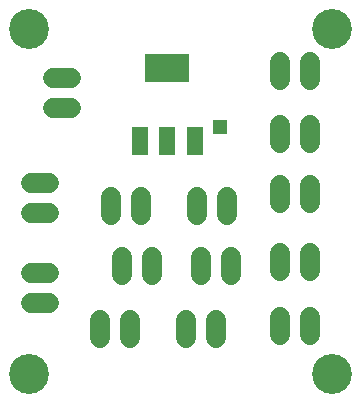
<source format=gts>
G75*
%MOIN*%
%OFA0B0*%
%FSLAX24Y24*%
%IPPOS*%
%LPD*%
%AMOC8*
5,1,8,0,0,1.08239X$1,22.5*
%
%ADD10C,0.1330*%
%ADD11C,0.0680*%
%ADD12R,0.0560X0.0960*%
%ADD13R,0.1497X0.0946*%
%ADD14R,0.0476X0.0476*%
D10*
X001100Y001100D03*
X011225Y001100D03*
X011225Y012600D03*
X001100Y012600D03*
D11*
X001925Y010975D02*
X002525Y010975D01*
X002525Y009975D02*
X001925Y009975D01*
X001775Y007475D02*
X001175Y007475D01*
X001175Y006475D02*
X001775Y006475D01*
X001775Y004475D02*
X001175Y004475D01*
X001175Y003475D02*
X001775Y003475D01*
X003475Y002900D02*
X003475Y002300D01*
X004475Y002300D02*
X004475Y002900D01*
X004225Y004425D02*
X004225Y005025D01*
X005225Y005025D02*
X005225Y004425D01*
X006350Y002900D02*
X006350Y002300D01*
X007350Y002300D02*
X007350Y002900D01*
X006850Y004425D02*
X006850Y005025D01*
X007850Y005025D02*
X007850Y004425D01*
X009475Y004550D02*
X009475Y005150D01*
X010475Y005150D02*
X010475Y004550D01*
X010475Y003025D02*
X010475Y002425D01*
X009475Y002425D02*
X009475Y003025D01*
X007725Y006425D02*
X007725Y007025D01*
X006725Y007025D02*
X006725Y006425D01*
X004850Y006425D02*
X004850Y007025D01*
X003850Y007025D02*
X003850Y006425D01*
X009475Y006800D02*
X009475Y007400D01*
X010475Y007400D02*
X010475Y006800D01*
X010475Y008800D02*
X010475Y009400D01*
X009475Y009400D02*
X009475Y008800D01*
X009475Y010925D02*
X009475Y011525D01*
X010475Y011525D02*
X010475Y010925D01*
D12*
X006635Y008880D03*
X005725Y008880D03*
X004815Y008880D03*
D13*
X005725Y011320D03*
D14*
X007475Y009350D03*
M02*

</source>
